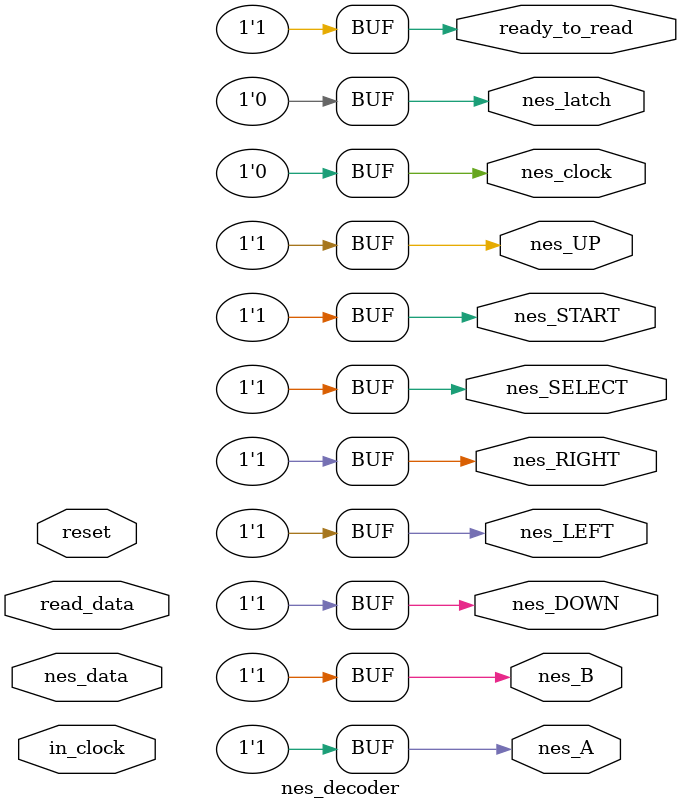
<source format=sv>

module nes_decoder (input  logic 	nes_data,  	// the current button data coming from controller
												in_clock,  	// will synchronize output to the positive edge of this
												read_data, 	// will read the data on the positive edge of this input
												reset,	  	// does nothing so far
								  
						  output logic 	nes_latch, 	// sent to controller, begins process of reading
												nes_clock,	// sent to controller, tells controller to send the next button
									
						  output	logic 	nes_A,		// A button output, active low
												nes_B,		// B button output, active low
												nes_START,	// START button output, active low
												nes_SELECT,	// SELECT button output, active low
												nes_UP,		// UP button output, active low
												nes_DOWN,	// DOWN button output, active low
												nes_LEFT,	// LEFT button output, active low
												nes_RIGHT,	// RIGHT button output, active low
									
						  output logic		ready_to_read); // output telling system whether the module is ready to read
						  
						  
		
		// Parameter
		localparam 						NUM_BUTTONS = 8;
		
		// Internal
		logic	 [3:0] 					count = 2'b00;
		logic 							next = 0;
		logic								apply = 0;
		logic	 [NUM_BUTTONS-1:0] 	tmp_buttons = 1;
		
		// Initial outputs
		assign 	ready_to_read 	= 1;
		assign 	nes_latch 		= 0;
		assign	nes_clock 		= 0;
		assign 	nes_A 			= 1;
		assign 	nes_B 			= 1;
		assign 	nes_START 		= 1;
		assign 	nes_SELECT 		= 1;
		assign 	nes_UP 			= 1;
		assign 	nes_DOWN 		= 1;
		assign 	nes_LEFT 		= 1;
		assign 	nes_RIGHT 		= 1;
		
		
		// Initiate read (this should only come in when ready to read is high)
		always_ff @(posedge read_data)
			begin
				nes_latch 		= 1;
				ready_to_read 	= 0;
			end
		
		
		
		// Start reading process if latch, read until all buttons read, apply after
		always_ff @(posedge in_clock)
			begin
			
				if (nes_latch)
					begin
						nes_latch 		=	0;
						count				=	0;
						tmp_buttons		= 	1;
						next 				= 	1;
					end
				else if (next)
					begin
						// Ensure no double-execution
						next = 0;
						nes_clock = 0;
						
						// Read data into current button
						tmp_buttons[count] = nes_data;
						
						// Move to next button or stop reading
						if (count < NUM_BUTTONS)
						begin
								// Increment to next button
								count 		= count + 1;
								nes_clock 	= 1;
								next 			= 1;
								apply 		= 0;
						end
						else
						begin
								// Reset and start applying
								count 		= 0;
								nes_clock 	= 0;
								next 			= 0;
								apply 		= 1;
						end
					end
				else if (apply)
					begin		
						nes_A 			= tmp_buttons[0];
						nes_B 			= tmp_buttons[1];
						nes_START 		= tmp_buttons[2];
						nes_SELECT 		= tmp_buttons[3];
						nes_UP 			= tmp_buttons[4];
						nes_DOWN 		= tmp_buttons[5];
						nes_LEFT 		= tmp_buttons[6];
						nes_RIGHT 		= tmp_buttons[7];
					
						tmp_buttons 	= 1;
						ready_to_read 	= 1;
					end
					
			end
			
endmodule
</source>
